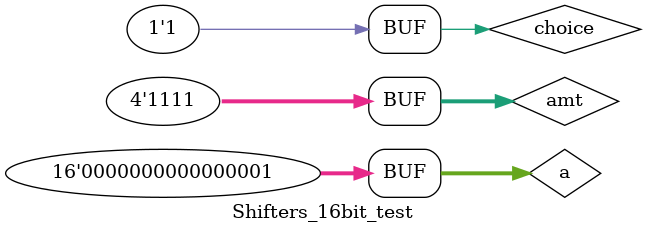
<source format=v>
`timescale 1ns / 1ps

module Shifters_16bit_test;
    
    reg [15:0] a;
    reg [3:0] amt;
    reg choice;
   
    wire [15:0] ystage;
    wire [15:0] ycase;
    
Shifters_stage_16bit UUTs(
    .a(a),
    .amt(amt),
    .choice(choice),
    .y(ystage)
);

Shifters_case_16bit UUTc(
    .a(a),
    .amt(amt),
    .choice(choice),
    .y(ycase)
);

    initial begin
        a = 16'b1101011111111111;
        choice = 0;
        amt = 1; #10;
        amt = 2; #10;
        amt = 3; #10;
        amt = 4; #10;
        amt = 5; #10;
        amt = 6; #10;
        amt = 7; #10;
        amt = 8; #10;
        amt = 9; #10;
        amt = 10; #10;
        amt = 11; #10;
        amt = 12; #10;
        amt = 13; #10;
        amt = 14; #10;
        amt = 15; #10;
        a = 16'b1111001111111111;
        choice = 1;
        amt = 1; #10;
        amt = 2; #10;
        amt = 3; #10;
        amt = 4; #10;
        amt = 5; #10;
        amt = 6; #10;
        amt = 7; #10;
        amt = 8; #10;
        amt = 9; #10;
        amt = 10; #10;
        amt = 11; #10;
        amt = 12; #10;
        amt = 13; #10;
        amt = 14; #10;
        amt = 15; #10;
        a = 16'b0000000000000001;
        amt = 1; #10;
        amt = 2; #10;
        amt = 3; #10;
        choice = 0;
        amt = 4; #10;
        amt = 5; #10;
        amt = 6; #10;
        amt = 7; #10;
        amt = 8; #10;
        amt = 9; #10;
        amt = 10; #10;
        amt = 11; #10;
        choice = 1;
        amt = 12; #10;
        amt = 13; #10;
        amt = 14; #10;
        amt = 15; #10;
     end

endmodule
</source>
